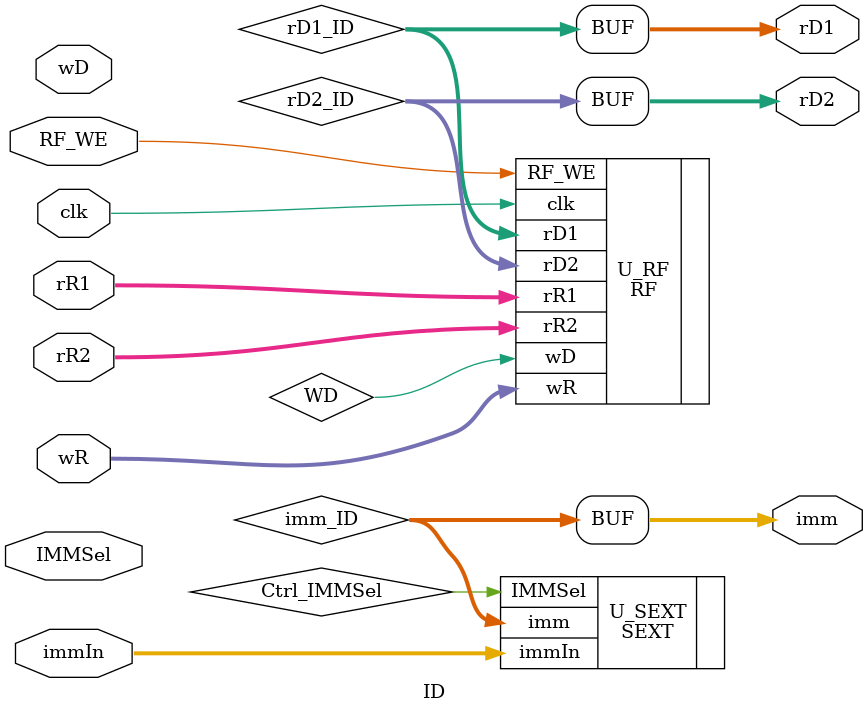
<source format=v>
module ID(
    input  wire        clk,
    input  wire [4:0]  rR1,
    input  wire [4:0]  rR2,
    input  wire [4:0]  wR,
    input  wire [31:0] wD,
    input  wire        RF_WE,




    input  wire [31:7] immIn,
    input  wire [3:0]  IMMSel,
    output reg  [31:0] imm,

    output reg  [31:0] rD1,
    output reg  [31:0] rD2
);

    wire [31:0] rD1_ID;
    wire [31:0] rD2_ID;
    wire [31:0] imm_ID;

    assign rD1_ID = rD1;
    assign rD2_ID = rD2;
    assign imm_ID = imm;
    
    RF U_RF(
            .clk(clk),
            .rR1(rR1),
            .rR2(rR2),
            .wR(wR),
            .wD(WD),
            .RF_WE(RF_WE),

            .rD1(rD1_ID),
            .rD2(rD2_ID)
            );      
                          
    SEXT U_SEXT(
            .immIn(immIn),
            .IMMSel(Ctrl_IMMSel),
            .imm(imm_ID)
            );

endmodule
</source>
